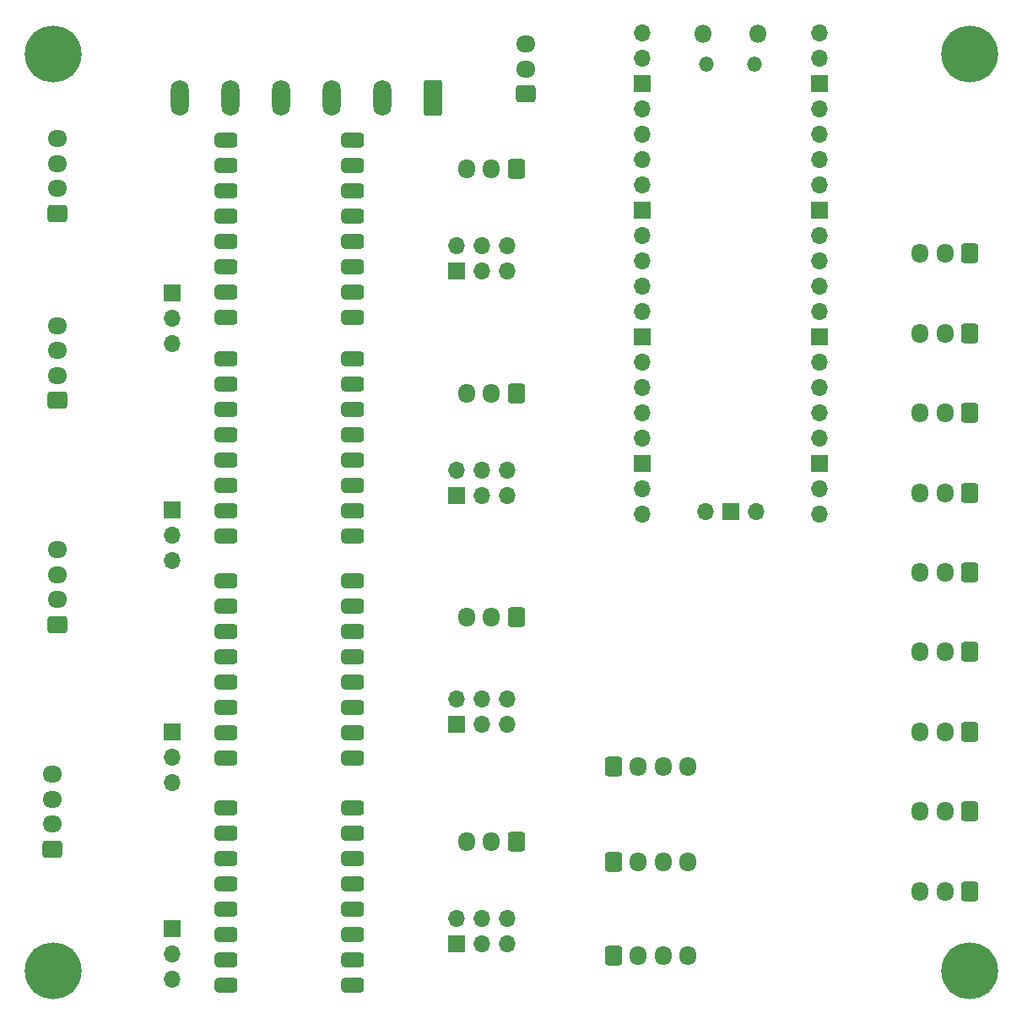
<source format=gbr>
%TF.GenerationSoftware,KiCad,Pcbnew,(6.0.2)*%
%TF.CreationDate,2022-10-21T14:00:44+13:00*%
%TF.ProjectId,PiPicoCNCShield,50695069-636f-4434-9e43-536869656c64,rev?*%
%TF.SameCoordinates,Original*%
%TF.FileFunction,Soldermask,Bot*%
%TF.FilePolarity,Negative*%
%FSLAX46Y46*%
G04 Gerber Fmt 4.6, Leading zero omitted, Abs format (unit mm)*
G04 Created by KiCad (PCBNEW (6.0.2)) date 2022-10-21 14:00:44*
%MOMM*%
%LPD*%
G01*
G04 APERTURE LIST*
G04 Aperture macros list*
%AMRoundRect*
0 Rectangle with rounded corners*
0 $1 Rounding radius*
0 $2 $3 $4 $5 $6 $7 $8 $9 X,Y pos of 4 corners*
0 Add a 4 corners polygon primitive as box body*
4,1,4,$2,$3,$4,$5,$6,$7,$8,$9,$2,$3,0*
0 Add four circle primitives for the rounded corners*
1,1,$1+$1,$2,$3*
1,1,$1+$1,$4,$5*
1,1,$1+$1,$6,$7*
1,1,$1+$1,$8,$9*
0 Add four rect primitives between the rounded corners*
20,1,$1+$1,$2,$3,$4,$5,0*
20,1,$1+$1,$4,$5,$6,$7,0*
20,1,$1+$1,$6,$7,$8,$9,0*
20,1,$1+$1,$8,$9,$2,$3,0*%
G04 Aperture macros list end*
%ADD10RoundRect,0.250000X0.725000X-0.600000X0.725000X0.600000X-0.725000X0.600000X-0.725000X-0.600000X0*%
%ADD11O,1.950000X1.700000*%
%ADD12O,1.700000X1.700000*%
%ADD13R,1.700000X1.700000*%
%ADD14RoundRect,0.250000X0.600000X0.725000X-0.600000X0.725000X-0.600000X-0.725000X0.600000X-0.725000X0*%
%ADD15O,1.700000X1.950000*%
%ADD16RoundRect,0.381000X0.762000X0.381000X-0.762000X0.381000X-0.762000X-0.381000X0.762000X-0.381000X0*%
%ADD17RoundRect,0.250000X0.650000X1.550000X-0.650000X1.550000X-0.650000X-1.550000X0.650000X-1.550000X0*%
%ADD18O,1.800000X3.600000*%
%ADD19C,5.700000*%
%ADD20O,1.500000X1.500000*%
%ADD21O,1.800000X1.800000*%
%ADD22RoundRect,0.250000X-0.600000X-0.725000X0.600000X-0.725000X0.600000X0.725000X-0.600000X0.725000X0*%
G04 APERTURE END LIST*
D10*
%TO.C,J23*%
X104475000Y-111250000D03*
D11*
X104475000Y-108750000D03*
X104475000Y-106250000D03*
X104475000Y-103750000D03*
%TD*%
D12*
%TO.C,J22*%
X149555000Y-118735000D03*
X149555000Y-121275000D03*
X147015000Y-118735000D03*
X147015000Y-121275000D03*
X144475000Y-118735000D03*
D13*
X144475000Y-121275000D03*
%TD*%
%TO.C,J13*%
X116000000Y-77975000D03*
D12*
X116000000Y-80515000D03*
X116000000Y-83055000D03*
%TD*%
%TO.C,J14*%
X149555000Y-73235000D03*
X149555000Y-75775000D03*
X147015000Y-73235000D03*
X147015000Y-75775000D03*
X144475000Y-73235000D03*
D13*
X144475000Y-75775000D03*
%TD*%
D10*
%TO.C,J15*%
X104475000Y-70000000D03*
D11*
X104475000Y-67500000D03*
X104475000Y-65000000D03*
X104475000Y-62500000D03*
%TD*%
D14*
%TO.C,J16*%
X150500000Y-65525000D03*
D15*
X148000000Y-65525000D03*
X145500000Y-65525000D03*
%TD*%
D11*
%TO.C,J19*%
X104475000Y-81250000D03*
X104475000Y-83750000D03*
X104475000Y-86250000D03*
D10*
X104475000Y-88750000D03*
%TD*%
D15*
%TO.C,J20*%
X145500000Y-88025000D03*
X148000000Y-88025000D03*
D14*
X150500000Y-88025000D03*
%TD*%
D13*
%TO.C,J18*%
X144475000Y-98275000D03*
D12*
X144475000Y-95735000D03*
X147015000Y-98275000D03*
X147015000Y-95735000D03*
X149555000Y-98275000D03*
X149555000Y-95735000D03*
%TD*%
D13*
%TO.C,J17*%
X116000000Y-99725000D03*
D12*
X116000000Y-102265000D03*
X116000000Y-104805000D03*
%TD*%
D13*
%TO.C,J21*%
X116000000Y-121975000D03*
D12*
X116000000Y-124515000D03*
X116000000Y-127055000D03*
%TD*%
D16*
%TO.C,U3*%
X121400000Y-102390000D03*
X121400000Y-99850000D03*
X121400000Y-97310000D03*
X121400000Y-94770000D03*
X121400000Y-92230000D03*
X121400000Y-89690000D03*
X121400000Y-87150000D03*
X121400000Y-84610000D03*
X134100000Y-84610000D03*
X134100000Y-87150000D03*
X134100000Y-89690000D03*
X134100000Y-92230000D03*
X134100000Y-94770000D03*
X134100000Y-97310000D03*
X134100000Y-99850000D03*
X134100000Y-102390000D03*
%TD*%
D17*
%TO.C,J29*%
X142145000Y-58432500D03*
D18*
X137065000Y-58432500D03*
X131985000Y-58432500D03*
X126905000Y-58432500D03*
X121825000Y-58432500D03*
X116745000Y-58432500D03*
%TD*%
D11*
%TO.C,J27*%
X103975000Y-126250000D03*
X103975000Y-128750000D03*
X103975000Y-131250000D03*
D10*
X103975000Y-133750000D03*
%TD*%
D15*
%TO.C,J28*%
X145500000Y-133025000D03*
X148000000Y-133025000D03*
D14*
X150500000Y-133025000D03*
%TD*%
D13*
%TO.C,J25*%
X116000000Y-141725000D03*
D12*
X116000000Y-144265000D03*
X116000000Y-146805000D03*
%TD*%
D16*
%TO.C,U4*%
X134100000Y-124640000D03*
X134100000Y-122100000D03*
X134100000Y-119560000D03*
X134100000Y-117020000D03*
X134100000Y-114480000D03*
X134100000Y-111940000D03*
X134100000Y-109400000D03*
X134100000Y-106860000D03*
X121400000Y-106860000D03*
X121400000Y-109400000D03*
X121400000Y-111940000D03*
X121400000Y-114480000D03*
X121400000Y-117020000D03*
X121400000Y-119560000D03*
X121400000Y-122100000D03*
X121400000Y-124640000D03*
%TD*%
%TO.C,U2*%
X134100000Y-80390000D03*
X134100000Y-77850000D03*
X134100000Y-75310000D03*
X134100000Y-72770000D03*
X134100000Y-70230000D03*
X134100000Y-67690000D03*
X134100000Y-65150000D03*
X134100000Y-62610000D03*
X121400000Y-62610000D03*
X121400000Y-65150000D03*
X121400000Y-67690000D03*
X121400000Y-70230000D03*
X121400000Y-72770000D03*
X121400000Y-75310000D03*
X121400000Y-77850000D03*
X121400000Y-80390000D03*
%TD*%
D13*
%TO.C,J26*%
X144475000Y-143275000D03*
D12*
X144475000Y-140735000D03*
X147015000Y-143275000D03*
X147015000Y-140735000D03*
X149555000Y-143275000D03*
X149555000Y-140735000D03*
%TD*%
D15*
%TO.C,J24*%
X145500000Y-110525000D03*
X148000000Y-110525000D03*
D14*
X150500000Y-110525000D03*
%TD*%
D10*
%TO.C,J30*%
X151475000Y-58000000D03*
D11*
X151475000Y-55500000D03*
X151475000Y-53000000D03*
%TD*%
D16*
%TO.C,U5*%
X134100000Y-147390000D03*
X134100000Y-144850000D03*
X134100000Y-142310000D03*
X134100000Y-139770000D03*
X134100000Y-137230000D03*
X134100000Y-134690000D03*
X134100000Y-132150000D03*
X134100000Y-129610000D03*
X121400000Y-129610000D03*
X121400000Y-132150000D03*
X121400000Y-134690000D03*
X121400000Y-137230000D03*
X121400000Y-139770000D03*
X121400000Y-142310000D03*
X121400000Y-144850000D03*
X121400000Y-147390000D03*
%TD*%
D19*
%TO.C,H4*%
X104000000Y-146000000D03*
%TD*%
%TO.C,H1*%
X104000000Y-54000000D03*
%TD*%
%TO.C,H3*%
X196000000Y-146000000D03*
%TD*%
%TO.C,H2*%
X196000000Y-54000000D03*
%TD*%
D12*
%TO.C,U1*%
X174540000Y-99900000D03*
D13*
X172000000Y-99900000D03*
D12*
X169460000Y-99900000D03*
X180890000Y-51870000D03*
X180890000Y-54410000D03*
D13*
X180890000Y-56950000D03*
D12*
X180890000Y-59490000D03*
X180890000Y-62030000D03*
X180890000Y-64570000D03*
X180890000Y-67110000D03*
D13*
X180890000Y-69650000D03*
D12*
X180890000Y-72190000D03*
X180890000Y-74730000D03*
X180890000Y-77270000D03*
X180890000Y-79810000D03*
D13*
X180890000Y-82350000D03*
D12*
X180890000Y-84890000D03*
X180890000Y-87430000D03*
X180890000Y-89970000D03*
X180890000Y-92510000D03*
D13*
X180890000Y-95050000D03*
D12*
X180890000Y-97590000D03*
X180890000Y-100130000D03*
X163110000Y-100130000D03*
X163110000Y-97590000D03*
D13*
X163110000Y-95050000D03*
D12*
X163110000Y-92510000D03*
X163110000Y-89970000D03*
X163110000Y-87430000D03*
X163110000Y-84890000D03*
D13*
X163110000Y-82350000D03*
D12*
X163110000Y-79810000D03*
X163110000Y-77270000D03*
X163110000Y-74730000D03*
X163110000Y-72190000D03*
D13*
X163110000Y-69650000D03*
D12*
X163110000Y-67110000D03*
X163110000Y-64570000D03*
X163110000Y-62030000D03*
X163110000Y-59490000D03*
D13*
X163110000Y-56950000D03*
D12*
X163110000Y-54410000D03*
X163110000Y-51870000D03*
D20*
X174425000Y-55030000D03*
X169575000Y-55030000D03*
D21*
X169275000Y-52000000D03*
X174725000Y-52000000D03*
%TD*%
D14*
%TO.C,J12*%
X196000000Y-74000000D03*
D15*
X193500000Y-74000000D03*
X191000000Y-74000000D03*
%TD*%
D14*
%TO.C,J11*%
X196000000Y-122000000D03*
D15*
X193500000Y-122000000D03*
X191000000Y-122000000D03*
%TD*%
D14*
%TO.C,J10*%
X196000000Y-98000000D03*
D15*
X193500000Y-98000000D03*
X191000000Y-98000000D03*
%TD*%
D14*
%TO.C,J9*%
X196000000Y-82000000D03*
D15*
X193500000Y-82000000D03*
X191000000Y-82000000D03*
%TD*%
D14*
%TO.C,J8*%
X196000000Y-106000000D03*
D15*
X193500000Y-106000000D03*
X191000000Y-106000000D03*
%TD*%
D14*
%TO.C,J7*%
X196000000Y-130000000D03*
D15*
X193500000Y-130000000D03*
X191000000Y-130000000D03*
%TD*%
D14*
%TO.C,J6*%
X196000000Y-90000000D03*
D15*
X193500000Y-90000000D03*
X191000000Y-90000000D03*
%TD*%
D14*
%TO.C,J5*%
X196000000Y-114000000D03*
D15*
X193500000Y-114000000D03*
X191000000Y-114000000D03*
%TD*%
%TO.C,J4*%
X191000000Y-138000000D03*
X193500000Y-138000000D03*
D14*
X196000000Y-138000000D03*
%TD*%
D22*
%TO.C,J3*%
X160250000Y-144475000D03*
D15*
X162750000Y-144475000D03*
X165250000Y-144475000D03*
X167750000Y-144475000D03*
%TD*%
%TO.C,J2*%
X167750000Y-125475000D03*
X165250000Y-125475000D03*
X162750000Y-125475000D03*
D22*
X160250000Y-125475000D03*
%TD*%
D15*
%TO.C,J1*%
X167750000Y-135000000D03*
X165250000Y-135000000D03*
X162750000Y-135000000D03*
D22*
X160250000Y-135000000D03*
%TD*%
M02*

</source>
